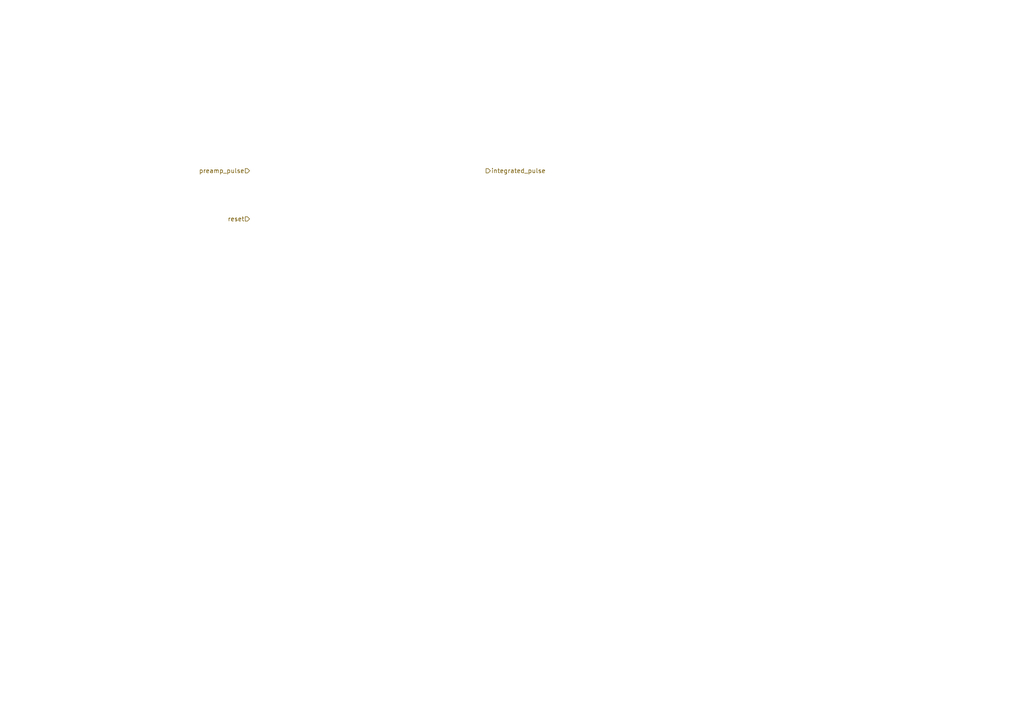
<source format=kicad_sch>
(kicad_sch
	(version 20231120)
	(generator "eeschema")
	(generator_version "8.0")
	(uuid "a4b67d7e-8d46-445d-8691-e807e9614b3d")
	(paper "A4")
	(lib_symbols)
	(hierarchical_label "preamp_pulse"
		(shape input)
		(at 72.39 49.53 180)
		(effects
			(font
				(size 1.27 1.27)
			)
			(justify right)
		)
		(uuid "19b5b9ad-1633-4860-ad5f-eebfe82fda32")
	)
	(hierarchical_label "reset"
		(shape input)
		(at 72.39 63.5 180)
		(effects
			(font
				(size 1.27 1.27)
			)
			(justify right)
		)
		(uuid "1db3ab19-fc67-4e69-8b11-3cdd618ed66b")
	)
	(hierarchical_label "integrated_pulse"
		(shape output)
		(at 140.97 49.53 0)
		(effects
			(font
				(size 1.27 1.27)
			)
			(justify left)
		)
		(uuid "791d9410-aead-4b6b-82ba-5ff0aca4fc06")
	)
)

</source>
